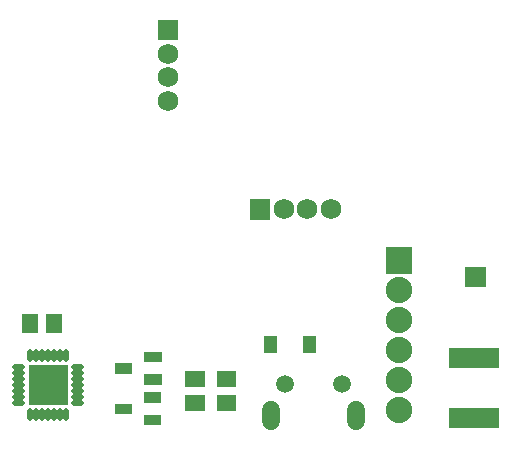
<source format=gbs>
G04 Layer: BottomSolderMaskLayer*
G04 EasyEDA v6.2.35, 2019-08-15T18:41:42+02:00*
G04 d928556bf1d54400a7a5e192a75a7165,10119efe1344418d97fa33539d7a4e55,10*
G04 Gerber Generator version 0.2*
G04 Scale: 100 percent, Rotated: No, Reflected: No *
G04 Dimensions in millimeters *
G04 leading zeros omitted , absolute positions ,3 integer and 3 decimal *
%FSLAX33Y33*%
%MOMM*%
G90*
G71D02*

%ADD47C,1.503197*%
%ADD58C,1.727200*%
%ADD66C,2.235200*%
%ADD68C,0.483210*%

%LPD*%
G54D68*
G01X14836Y6848D02*
G01X14836Y6278D01*
G01X14335Y6848D02*
G01X14335Y6278D01*
G01X13835Y6848D02*
G01X13835Y6278D01*
G01X13335Y6848D02*
G01X13335Y6278D01*
G01X12834Y6848D02*
G01X12834Y6278D01*
G01X12334Y6848D02*
G01X12334Y6278D01*
G01X11833Y6848D02*
G01X11833Y6278D01*
G01X11119Y5565D02*
G01X10549Y5565D01*
G01X11119Y5064D02*
G01X10549Y5064D01*
G01X11119Y4564D02*
G01X10549Y4564D01*
G01X11119Y4064D02*
G01X10549Y4064D01*
G01X11119Y3563D02*
G01X10549Y3563D01*
G01X11119Y3063D02*
G01X10549Y3063D01*
G01X11119Y2562D02*
G01X10549Y2562D01*
G01X11833Y1848D02*
G01X11833Y1278D01*
G01X12334Y1848D02*
G01X12334Y1278D01*
G01X12834Y1848D02*
G01X12834Y1278D01*
G01X13335Y1848D02*
G01X13335Y1278D01*
G01X13835Y1848D02*
G01X13835Y1278D01*
G01X14335Y1848D02*
G01X14335Y1278D01*
G01X14836Y1848D02*
G01X14836Y1278D01*
G01X16119Y2562D02*
G01X15549Y2562D01*
G01X16119Y3063D02*
G01X15549Y3063D01*
G01X16119Y3563D02*
G01X15549Y3563D01*
G01X16119Y4064D02*
G01X15549Y4064D01*
G01X16119Y4564D02*
G01X15549Y4564D01*
G01X16119Y5064D02*
G01X15549Y5064D01*
G01X16119Y5565D02*
G01X15549Y5565D01*
G54D47*
G01X39433Y1915D02*
G01X39433Y1015D01*
G01X32194Y1915D02*
G01X32194Y1015D01*
G36*
G01X34876Y6781D02*
G01X34876Y8204D01*
G01X35989Y8204D01*
G01X35989Y6781D01*
G01X34876Y6781D01*
G37*
G36*
G01X31625Y6781D02*
G01X31625Y8204D01*
G01X32738Y8204D01*
G01X32738Y6781D01*
G01X31625Y6781D01*
G37*
G36*
G01X13162Y8445D02*
G01X13162Y10096D01*
G01X14523Y10096D01*
G01X14523Y8445D01*
G01X13162Y8445D01*
G37*
G36*
G01X11130Y8445D02*
G01X11130Y10096D01*
G01X12491Y10096D01*
G01X12491Y8445D01*
G01X11130Y8445D01*
G37*
G36*
G01X24955Y3891D02*
G01X24955Y5252D01*
G01X26606Y5252D01*
G01X26606Y3891D01*
G01X24955Y3891D01*
G37*
G36*
G01X24955Y1859D02*
G01X24955Y3220D01*
G01X26606Y3220D01*
G01X26606Y1859D01*
G01X24955Y1859D01*
G37*
G36*
G01X27622Y1859D02*
G01X27622Y3220D01*
G01X29273Y3220D01*
G01X29273Y1859D01*
G01X27622Y1859D01*
G37*
G36*
G01X27622Y3891D02*
G01X27622Y5252D01*
G01X29273Y5252D01*
G01X29273Y3891D01*
G01X27622Y3891D01*
G37*
G36*
G01X18978Y5029D02*
G01X18978Y5933D01*
G01X20431Y5933D01*
G01X20431Y5029D01*
G01X18978Y5029D01*
G37*
G36*
G01X21478Y4079D02*
G01X21478Y4983D01*
G01X22931Y4983D01*
G01X22931Y4079D01*
G01X21478Y4079D01*
G37*
G36*
G01X21478Y5979D02*
G01X21478Y6883D01*
G01X22931Y6883D01*
G01X22931Y5979D01*
G01X21478Y5979D01*
G37*
G36*
G01X18958Y1579D02*
G01X18958Y2484D01*
G01X20411Y2484D01*
G01X20411Y1579D01*
G01X18958Y1579D01*
G37*
G36*
G01X21457Y629D02*
G01X21457Y1534D01*
G01X22910Y1534D01*
G01X22910Y629D01*
G01X21457Y629D01*
G37*
G36*
G01X21457Y2529D02*
G01X21457Y3434D01*
G01X22910Y3434D01*
G01X22910Y2529D01*
G01X21457Y2529D01*
G37*
G36*
G01X11668Y2397D02*
G01X11668Y5730D01*
G01X15001Y5730D01*
G01X15001Y2397D01*
G01X11668Y2397D01*
G37*
G01X33403Y4165D03*
G01X38244Y4165D03*
G36*
G01X22631Y33251D02*
G01X22631Y34978D01*
G01X24358Y34978D01*
G01X24358Y33251D01*
G01X22631Y33251D01*
G37*
G54D58*
G01X23495Y32114D03*
G01X23495Y30115D03*
G01X23495Y28115D03*
G36*
G01X48666Y12344D02*
G01X48666Y14071D01*
G01X50393Y14071D01*
G01X50393Y12344D01*
G01X48666Y12344D01*
G37*
G36*
G01X47269Y5486D02*
G01X47269Y7213D01*
G01X51536Y7213D01*
G01X51536Y5486D01*
G01X47269Y5486D01*
G37*
G36*
G01X47269Y406D02*
G01X47269Y2133D01*
G01X51536Y2133D01*
G01X51536Y406D01*
G01X47269Y406D01*
G37*
G36*
G01X41935Y13487D02*
G01X41935Y15722D01*
G01X44170Y15722D01*
G01X44170Y13487D01*
G01X41935Y13487D01*
G37*
G54D66*
G01X43053Y12065D03*
G01X43053Y9525D03*
G01X43053Y6985D03*
G01X43053Y4445D03*
G01X43053Y1905D03*
G36*
G01X30411Y18059D02*
G01X30411Y19786D01*
G01X32138Y19786D01*
G01X32138Y18059D01*
G01X30411Y18059D01*
G37*
G54D58*
G01X33274Y18923D03*
G01X35273Y18923D03*
G01X37273Y18923D03*
M00*
M02*

</source>
